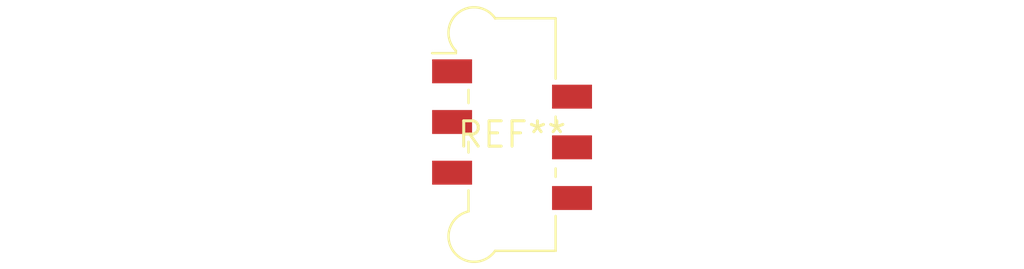
<source format=kicad_pcb>
(kicad_pcb (version 20240108) (generator pcbnew)
  (layers (0 "F.Cu" signal) (31 "B.Cu" signal) (34 "B.Paste" user) (35 "F.Paste" user) (36 "B.SilkS" user "B.Silkscreen") (37 "F.SilkS" user "F.Silkscreen") (38 "B.Mask" user) (39 "F.Mask" user) (44 "Edge.Cuts" user))
  (net 0 "")
  (footprint "Molex_Picoflex_90814-0006_2x03_P1.27mm_Vertical" (layer "F.Cu") (at 0 0)
    (property "Reference" "REF**")
    (property "Value" "Molex_Picoflex_90814-0006_2x03_P1.27mm_Vertical")
    (fp_line (start -2.81 -4.2) (end -2.81 -4.08) (layer "F.SilkS") (stroke (width 0.12)))
    (fp_line (start -2.81 -4.08) (end -4 -4.08) (layer "F.SilkS") (stroke (width 0.12)))
    (fp_line (start -2.18 -1.58) (end -2.18 -2.24) (layer "F.SilkS") (stroke (width 0.12)))
    (fp_line (start -2.18 0.9) (end -2.18 0.36) (layer "F.SilkS") (stroke (width 0.12)))
    (fp_line (start -2.18 3.85) (end -2.18 2.8) (layer "F.SilkS") (stroke (width 0.12)))
    (fp_line (start 2.18 -5.83) (end -0.82 -5.83) (layer "F.SilkS") (stroke (width 0.12)))
    (fp_line (start 2.18 -5.83) (end 2.18 -2.8) (layer "F.SilkS") (stroke (width 0.12)))
    (fp_line (start 2.18 -0.9) (end 2.18 -0.36) (layer "F.SilkS") (stroke (width 0.12)))
    (fp_line (start 2.18 1.7) (end 2.18 2.12) (layer "F.SilkS") (stroke (width 0.12)))
    (fp_line (start 2.18 4.08) (end 2.18 5.83) (layer "F.SilkS") (stroke (width 0.12)))
    (fp_line (start 2.18 5.83) (end -0.85 5.83) (layer "F.SilkS") (stroke (width 0.12)))
    (fp_arc (start -2.81 -4.2) (mid -2.708637 -6.092072) (end -0.834991 -5.809828) (layer "F.SilkS") (stroke (width 0.12)))
    (fp_arc (start -0.85 5.83) (mid -2.962791 5.811248) (end -2.174424 3.850964) (layer "F.SilkS") (stroke (width 0.12)))
    (pad "" np_thru_hole circle (at -1.9 -5.1) (size 1.9 1.9) (drill 1.9) (layers *.Cu *.Mask))
    (pad "" np_thru_hole circle (at -1.9 5.1) (size 1.9 1.9) (drill 1.9) (layers *.Cu *.Mask))
    (pad "1" smd rect (at -3 -3.17) (size 2 1.2) (layers "F.Cu" "F.Paste" "F.Mask"))
    (pad "2" smd rect (at 3 -1.9) (size 2 1.2) (layers "F.Cu" "F.Paste" "F.Mask"))
    (pad "3" smd rect (at -3 -0.63) (size 2 1.2) (layers "F.Cu" "F.Paste" "F.Mask"))
    (pad "4" smd rect (at 3 0.64) (size 2 1.2) (layers "F.Cu" "F.Paste" "F.Mask"))
    (pad "5" smd rect (at -3 1.91) (size 2 1.2) (layers "F.Cu" "F.Paste" "F.Mask"))
    (pad "6" smd rect (at 3 3.18) (size 2 1.2) (layers "F.Cu" "F.Paste" "F.Mask"))
  )
)
</source>
